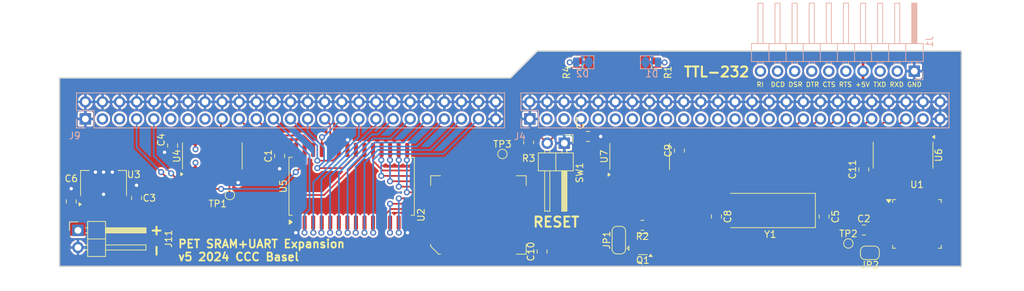
<source format=kicad_pcb>
(kicad_pcb
	(version 20240108)
	(generator "pcbnew")
	(generator_version "8.0")
	(general
		(thickness 1.6)
		(legacy_teardrops no)
	)
	(paper "A4")
	(title_block
		(title "CBM PET SRAM Expansion")
		(date "2024-03-10")
		(rev "4")
		(company "CCC Basel")
	)
	(layers
		(0 "F.Cu" signal)
		(31 "B.Cu" signal)
		(32 "B.Adhes" user "B.Adhesive")
		(33 "F.Adhes" user "F.Adhesive")
		(34 "B.Paste" user)
		(35 "F.Paste" user)
		(36 "B.SilkS" user "B.Silkscreen")
		(37 "F.SilkS" user "F.Silkscreen")
		(38 "B.Mask" user)
		(39 "F.Mask" user)
		(40 "Dwgs.User" user "User.Drawings")
		(41 "Cmts.User" user "User.Comments")
		(42 "Eco1.User" user "User.Eco1")
		(43 "Eco2.User" user "User.Eco2")
		(44 "Edge.Cuts" user)
		(45 "Margin" user)
		(46 "B.CrtYd" user "B.Courtyard")
		(47 "F.CrtYd" user "F.Courtyard")
		(48 "B.Fab" user)
		(49 "F.Fab" user)
		(50 "User.1" user)
		(51 "User.2" user)
		(52 "User.3" user)
		(53 "User.4" user)
		(54 "User.5" user)
		(55 "User.6" user)
		(56 "User.7" user)
		(57 "User.8" user)
		(58 "User.9" user)
	)
	(setup
		(stackup
			(layer "F.SilkS"
				(type "Top Silk Screen")
				(color "White")
			)
			(layer "F.Paste"
				(type "Top Solder Paste")
			)
			(layer "F.Mask"
				(type "Top Solder Mask")
				(color "Purple")
				(thickness 0.01)
			)
			(layer "F.Cu"
				(type "copper")
				(thickness 0.035)
			)
			(layer "dielectric 1"
				(type "core")
				(color "FR4 natural")
				(thickness 1.51)
				(material "FR4")
				(epsilon_r 4.5)
				(loss_tangent 0.02)
			)
			(layer "B.Cu"
				(type "copper")
				(thickness 0.035)
			)
			(layer "B.Mask"
				(type "Bottom Solder Mask")
				(color "Purple")
				(thickness 0.01)
			)
			(layer "B.Paste"
				(type "Bottom Solder Paste")
			)
			(layer "B.SilkS"
				(type "Bottom Silk Screen")
				(color "White")
			)
			(copper_finish "None")
			(dielectric_constraints no)
		)
		(pad_to_mask_clearance 0)
		(allow_soldermask_bridges_in_footprints no)
		(aux_axis_origin 80 70)
		(pcbplotparams
			(layerselection 0x00013fc_ffffffff)
			(plot_on_all_layers_selection 0x0000000_00000000)
			(disableapertmacros no)
			(usegerberextensions no)
			(usegerberattributes yes)
			(usegerberadvancedattributes yes)
			(creategerberjobfile yes)
			(dashed_line_dash_ratio 12.000000)
			(dashed_line_gap_ratio 3.000000)
			(svgprecision 4)
			(plotframeref no)
			(viasonmask no)
			(mode 1)
			(useauxorigin no)
			(hpglpennumber 1)
			(hpglpenspeed 20)
			(hpglpendiameter 15.000000)
			(pdf_front_fp_property_popups yes)
			(pdf_back_fp_property_popups yes)
			(dxfpolygonmode yes)
			(dxfimperialunits yes)
			(dxfusepcbnewfont yes)
			(psnegative no)
			(psa4output no)
			(plotreference yes)
			(plotvalue yes)
			(plotfptext yes)
			(plotinvisibletext no)
			(sketchpadsonfab no)
			(subtractmaskfromsilk yes)
			(outputformat 1)
			(mirror no)
			(drillshape 0)
			(scaleselection 1)
			(outputdirectory "plot/")
		)
	)
	(net 0 "")
	(net 1 "+5V")
	(net 2 "GND")
	(net 3 "/BD0")
	(net 4 "/BD1")
	(net 5 "/BD2")
	(net 6 "/BD3")
	(net 7 "/BD4")
	(net 8 "/BD5")
	(net 9 "/BD6")
	(net 10 "/BD7")
	(net 11 "/~{SEL2}")
	(net 12 "/~{SEL3}")
	(net 13 "/~{SEL4}")
	(net 14 "/~{SEL5}")
	(net 15 "/~{SEL6}")
	(net 16 "/~{SEL7}")
	(net 17 "/~{SEL8}")
	(net 18 "/~{SEL9}")
	(net 19 "/~{SELA}")
	(net 20 "/~{SELB}")
	(net 21 "/~{RESET}")
	(net 22 "/READY")
	(net 23 "/~{NMI}")
	(net 24 "/BA0")
	(net 25 "/BA1")
	(net 26 "/BA2")
	(net 27 "/BA3")
	(net 28 "/BA4")
	(net 29 "/BA5")
	(net 30 "/BA6")
	(net 31 "/BA7")
	(net 32 "/BA8")
	(net 33 "/BA9")
	(net 34 "/BA10")
	(net 35 "/BA11")
	(net 36 "/BA12")
	(net 37 "/BA13")
	(net 38 "/BA14")
	(net 39 "/BA15")
	(net 40 "/SYNC")
	(net 41 "/~{IRQ}")
	(net 42 "/CPHI2")
	(net 43 "/BR{slash}W")
	(net 44 "/~{BR{slash}W}")
	(net 45 "unconnected-(J4-Pin_9-Pad9)")
	(net 46 "unconnected-(J4-Pin_11-Pad11)")
	(net 47 "/~{CE}")
	(net 48 "unconnected-(J9-Pin_3-Pad3)")
	(net 49 "unconnected-(J9-Pin_11-Pad11)")
	(net 50 "+9V")
	(net 51 "Net-(U4-Pad3)")
	(net 52 "Net-(JP2-A)")
	(net 53 "/RXD")
	(net 54 "/TXD")
	(net 55 "/~{RTS}")
	(net 56 "Net-(JP1-C)")
	(net 57 "/INTR")
	(net 58 "unconnected-(U1-~{TXRDY}-Pad23)")
	(net 59 "/~{DSR}")
	(net 60 "unconnected-(U1-DDIS-Pad22)")
	(net 61 "/~{CTS}")
	(net 62 "unconnected-(U1-~{RXRDY}-Pad29)")
	(net 63 "/~{DCD}")
	(net 64 "/~{RI}")
	(net 65 "/MRESET")
	(net 66 "/~{DTR}")
	(net 67 "Net-(D1-A)")
	(net 68 "Net-(J1-Pin_3)")
	(net 69 "Net-(J1-Pin_5)")
	(net 70 "Net-(D2-A)")
	(net 71 "Net-(J1-Pin_7)")
	(net 72 "Net-(R1-Pad1)")
	(net 73 "Net-(U1-XOUT)")
	(net 74 "Net-(U1-RCLK)")
	(net 75 "Net-(R4-Pad1)")
	(net 76 "/~{LED2}")
	(net 77 "/~{LED1}")
	(net 78 "unconnected-(U6-Pad11)")
	(net 79 "/~{ROMSEL}")
	(net 80 "Net-(U4-Pad13)")
	(net 81 "Net-(U4-Pad1)")
	(net 82 "unconnected-(U7-Pad12)")
	(footprint "TestPoint:TestPoint_Pad_D1.0mm" (layer "F.Cu") (at 197.2 94.6))
	(footprint "Capacitor_SMD:C_0805_2012Metric" (layer "F.Cu") (at 199.5 83.6 90))
	(footprint "Resistor_SMD:R_0805_2012Metric" (layer "F.Cu") (at 149.7 79.6 -90))
	(footprint "Package_SO:SO-14_3.9x8.65mm_P1.27mm" (layer "F.Cu") (at 102.7 81.6 90))
	(footprint "Capacitor_SMD:C_0805_2012Metric" (layer "F.Cu") (at 158.5 78.7))
	(footprint "Capacitor_SMD:C_0805_2012Metric" (layer "F.Cu") (at 151.7 95.8 90))
	(footprint "Package_SO:SO-14_3.9x8.65mm_P1.27mm" (layer "F.Cu") (at 166.19 81.675 90))
	(footprint "Resistor_SMD:R_0805_2012Metric" (layer "F.Cu") (at 157 68.3875 90))
	(footprint "Jumper:SolderJumper-2_P1.3mm_Bridged_RoundedPad1.0x1.5mm" (layer "F.Cu") (at 200.4 96 180))
	(footprint "Resistor_SMD:R_0805_2012Metric" (layer "F.Cu") (at 166.6 91.9 180))
	(footprint "Crystal:Crystal_SMD_HC49-SD" (layer "F.Cu") (at 185.6 89.7 180))
	(footprint "Jumper:SolderJumper-3_P1.3mm_Bridged12_RoundedPad1.0x1.5mm" (layer "F.Cu") (at 163.1 94.1 90))
	(footprint "Capacitor_SMD:C_0805_2012Metric" (layer "F.Cu") (at 193.6 90.6 -90))
	(footprint "Capacitor_SMD:C_0805_2012Metric" (layer "F.Cu") (at 112.7 81.6 90))
	(footprint "Capacitor_SMD:C_0805_2012Metric" (layer "F.Cu") (at 96.8 80.05 -90))
	(footprint "TestPoint:TestPoint_Pad_D1.0mm" (layer "F.Cu") (at 105.3 87.4))
	(footprint "onitake:SOP-28_8.4x18.4mm_P1.27mm" (layer "F.Cu") (at 123.4 86.1 90))
	(footprint "Capacitor_SMD:C_0805_2012Metric" (layer "F.Cu") (at 91.436 87.856 -90))
	(footprint "Connector_PinHeader_2.54mm:PinHeader_1x02_P2.54mm_Horizontal" (layer "F.Cu") (at 82.736 92.656))
	(footprint "Connector_PinHeader_2.54mm:PinHeader_1x02_P2.54mm_Horizontal" (layer "F.Cu") (at 155 79.7 -90))
	(footprint "Package_SO:SO-14_3.9x8.65mm_P1.27mm" (layer "F.Cu") (at 205.33 81.475 -90))
	(footprint "Package_QFP:LQFP-48_7x7mm_P0.5mm" (layer "F.Cu") (at 207.4 91.7))
	(footprint "Capacitor_SMD:C_0805_2012Metric" (layer "F.Cu") (at 81.736 88.356 -90))
	(footprint "Capacitor_SMD:C_0805_2012Metric" (layer "F.Cu") (at 172.1 80.8 90))
	(footprint "Resistor_SMD:R_0805_2012Metric" (layer "F.Cu") (at 168.7 68.3875 90))
	(footprint "Package_TO_SOT_SMD:SOT-23" (layer "F.Cu") (at 166.6625 94.7 180))
	(footprint "Capacitor_SMD:C_0805_2012Metric" (layer "F.Cu") (at 177.6 90.6 -90))
	(footprint "Package_TO_SOT_SMD:SOT-223-3_TabPin2" (layer "F.Cu") (at 86.536 85.656 90))
	(footprint "Package_LCC:PLCC-32_11.4x14.0mm_P1.27mm" (layer "F.Cu") (at 142.24 90.3625 90))
	(footprint "TestPoint:TestPoint_Pad_D1.0mm" (layer "F.Cu") (at 145.8 81.3))
	(footprint "Capacitor_SMD:C_0805_2012Metric" (layer "F.Cu") (at 199.5 92.6))
	(footprint "LED_SMD:LED_0805_2012Metric"
		(layer "B.Cu")
		(uuid "44457446-c495-4a18-86d6-dde0a2c3b5e4")
		(at 157.7 67.675 180)
		(descr "LED SMD 0805 (2012 Metric), square (rectangular) end terminal, IPC_7351 nominal, (Body size source: https://docs.google.com/spreadsheets/d/1BsfQQcO9C6DZCsRaXUlFlo91Tg2WpOkGARC1WS5S8t0/edit?usp=sharing), generated with kicad-footprint-generator")
		(tags "LED")
		(property "Reference" "D2"
			(at 0 -1.7 0)
			(layer "B.SilkS")
			(uuid "83029a08-5575-4dd1-89e7-712d7fa50e3f")
			(effects
				(font
					(size 1 1)
					(thickness 0.15)
				)
				(justify mirror)
			)
		)
		(property "Value" "LED"
			(at 0 -1.65 0)
			(layer "B.Fab")
			(uuid "93ed18b1-b636-4542-8d70-68f33dcb725e")
			(effects
				(font
					(size 1 1)
					(thickness 0.15)
				)
				(justify mirror)
			)
		)
		(property "Footprint" "LED_SMD:LED_0805_2012Metric"
			(at 0 0 0)
			(unlocked yes)
			(layer "B.Fab")
			(hide yes)
			(uuid "32a98a95-1001-4d50-a2a5-ed18b18910b7")
			(effects
				(font
					(size 1.27 1.27)
					(thickness 0.15)
				)
				(justify mirror)
			)
		)
		(property "Datasheet" ""
			(at 0 0 0)
			(unlocked yes)
			(layer "B.Fab")
			(hide yes)
			(uuid "34b80234-b838-4609-8c34-28431f03c630")
			(effects
				(font
					(size 1.27 1.27)
					(thickness 0.15)
				)
				(justify mirror)
			)
		)
		(property "Description" "Light emitting diode"
			(at 0 0 0)
			(unlocked yes)
			(layer "B.Fab")
			(hide yes)
			(uuid "07f6a058-05bc-4d5d-89be-a783aad135b9")
			(effects
				(font
					(size 1.27 1.27)
					(thickness 0.15)
				)
				(justify mirror)
			)
		)
		(property ki_fp_filters "LED* LED_SMD:* LED_THT:*")
		(path "/bcfc6d4f-982c-4020-93a1-6ece83bc4b49")
		(sheetname "Root")
		(sheetfile "petmem.kicad_sch")
		(attr smd)
		(fp_line
			(start 1 -0.96)
			(end -1.685 -0.96)
			(stroke
				(width 0.12)
				(type solid)
			)
			(layer "B.SilkS")
			(uuid "a7dd8d8f-efc2-4c21-b5a2-9a7ae3ecc2aa")
		)
		(fp_line
			(start -1.685 0.96)
			(end 1 0.96)
			(stroke
				(width 0.12)
				(type solid)
			)
			(layer "B.SilkS")
			(uuid "885e5d17-52a1-44eb-a449-f23cbf59aeaf")
		)
		(fp_line
			(start -1.685 -0.96)
			(end -1.685 0.96)
			(stroke
				(width 0.12)
				(type solid)
			)
			(layer "B.SilkS")
			(uuid "a5d9637b-89f5-4fbf-9768-1bae5c178d61")
		)
		(fp_line
			(start 1.68 0.95)
			(end -1.68 0.95)
			(stroke
				(width 0.05)
				(type solid)
			)
			(layer "B.CrtYd")
			(uuid "be99ab55-9372-4d38-ae20-1df0eac890df")
		)
		(fp_line
			(start 1.68 -0.95)
			(end 1.68 0.95)
			(stroke
				(width 0.05)
				(type solid)
			)
			(layer "B.CrtYd")
			(uuid "99844e51-fd27-4019-8ce7-f44b93964d7c")
		)
		(fp_line
			(start -1.68 0.95)
			(end -1.68 -0.95)
			(stroke
				(width 0.05)
				(type solid)
			)
			(layer "B.CrtYd")
			(uuid "fca9a55e-a32f-4e86-a883-f6553eb191c0")
		)
		(fp_line
			(start -1.68 -0.95)
			(end 1.68 -0.95)
			(stroke
				(width 0.05)
				(type solid)
			)
			(layer "B.CrtYd")
			(uuid "fae08ea7-7b6c-48fd-ab2e-b23dc936c447")
		)
		(fp_line
			(start 1 0.6)
			(end 1 -0.6)
			(stroke
				(width 0.1)
				(t
... [619639 chars truncated]
</source>
